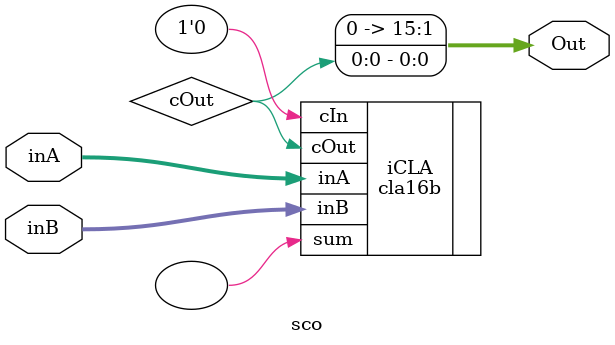
<source format=v>
module sco(inA, inB, Out);

input [15:0] inA, inB;
output [15:0] Out;

wire cOut;

cla16b iCLA(.sum(), .cOut(cOut), .inA(inA), .inB(inB), .cIn(1'b0));

assign Out = {{15{1'b0}}, cOut};

endmodule

</source>
